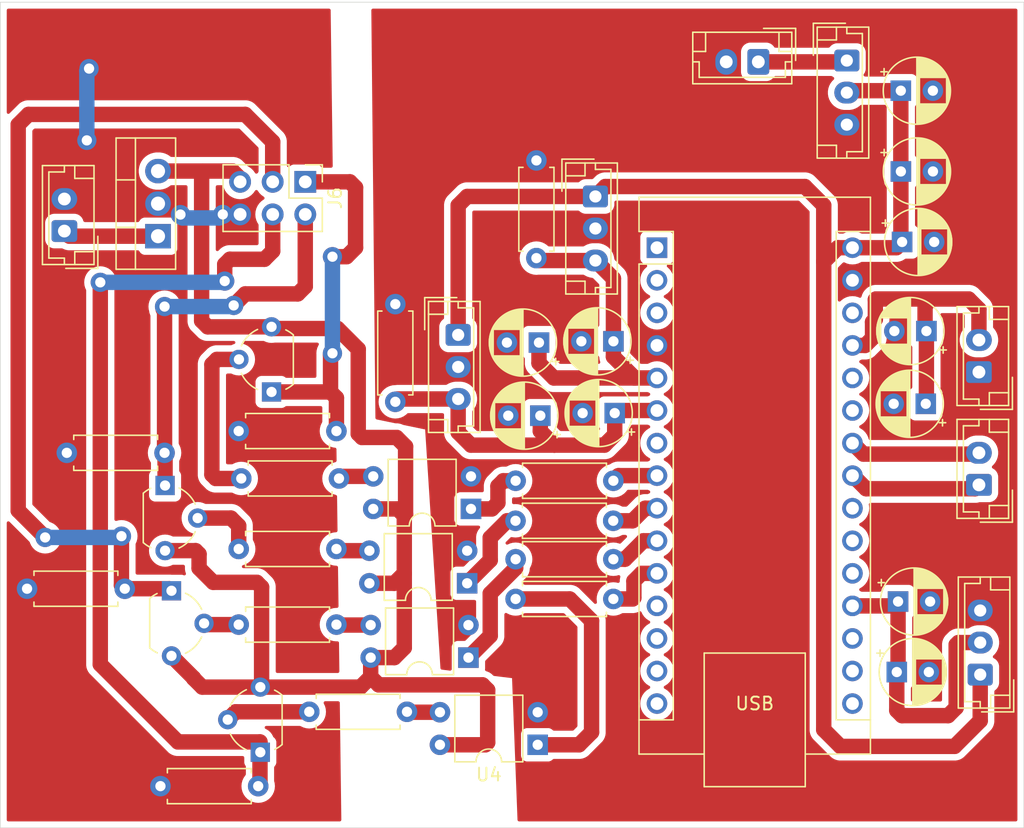
<source format=kicad_pcb>
(kicad_pcb (version 20240108) (generator "pcbnew") (generator_version "8.0")
  (layers (0 "F.Cu" signal) (31 "B.Cu" signal) (34 "B.Paste" user) (35 "F.Paste" user) (36 "B.SilkS" user "B.Silkscreen") (37 "F.SilkS" user "F.Silkscreen") (38 "B.Mask" user) (39 "F.Mask" user) (44 "Edge.Cuts" user))
  (net 0 "")
  (net 2 "MCU_GND")
  (net 3 "/R_EN")
  (net 5 "/CURRENT_SENSOR_ADC")
  (net 6 "/L_EN")
  (net 7 "/BTN_ONE")
  (net 13 "/5V_POWER")
  (net 16 "/SDA")
  (net 18 "/MCU_POWER")
  (net 19 "/BTN_TWO")
  (net 23 "/RPWM")
  (net 25 "/LPWM")
  (net 29 "/SCL")
  (net 30 "/MCU_VIN")
  (net 31 "/RPWM_OUTPUT")
  (net 32 "/MOTOR_CONTROL_POWER_5V")
  (net 33 "/R_EN_OUTPUT")
  (net 34 "/LPWM_OUTPUT")
  (net 35 "/L_EN_OUTPUT")
  (net 36 "GND")
  (net 37 "/MOTOR_CONTROL_POWER_VIN")
  (net 38 "Net-(Q1-Pad2)")
  (net 39 "Net-(Q2-Pad2)")
  (net 40 "Net-(Q3-Pad2)")
  (net 41 "Net-(Q4-Pad2)")
  (net 42 "Net-(R3-Pad1)")
  (net 43 "Net-(R4-Pad1)")
  (net 44 "Net-(R5-Pad1)")
  (net 45 "Net-(R6-Pad1)")
  (net 46 "Net-(R11-Pad2)")
  (net 47 "Net-(R12-Pad2)")
  (net 48 "Net-(R13-Pad2)")
  (net 49 "Net-(R14-Pad2)")
  (footprint "Resistor_THT:R_Axial_DIN0207_L6.3mm_D2.5mm_P7.62mm_Horizontal" (layer "F.Cu") (at 78.51 107.6 180)
    (property "Reference" "R3" (hide yes))
    (property "Value" "R")
    (pad "1" thru_hole circle (at 0 0 180) (size 1.6 1.6) (drill 0.8) (layers "*.Cu" "*.Mask") (net 42 "Net-(R3-Pad1)"))
    (pad "2" thru_hole oval (at 7.62 0 180) (size 1.6 1.6) (drill 0.8) (layers "*.Cu" "*.Mask") (net 38 "Net-(Q1-Pad2)"))
  )
  (footprint "Capacitor_THT:CP_Radial_D5.0mm_P2.50mm" (layer "F.Cu") (at 124.505113 90.6 180)
    (property "Reference" "C10" (hide yes))
    (property "Value" "C_Polarized" (hide yes))
    (pad "1" thru_hole rect (at 0 0 180) (size 1.6 1.6) (drill 0.8) (layers "*.Cu" "*.Mask") (net 13 "/5V_POWER"))
    (pad "2" thru_hole circle (at 2.5 0 180) (size 1.6 1.6) (drill 0.8) (layers "*.Cu" "*.Mask") (net 2 "MCU_GND"))
  )
  (footprint "Resistor_THT:R_Axial_DIN0207_L6.3mm_D2.5mm_P7.62mm_Horizontal" (layer "F.Cu") (at 84.01 120.3 180)
    (property "Reference" "R6" (hide yes))
    (property "Value" "R" (hide yes))
    (pad "1" thru_hole circle (at 0 0 180) (size 1.6 1.6) (drill 0.8) (layers "*.Cu" "*.Mask") (net 45 "Net-(R6-Pad1)"))
    (pad "2" thru_hole oval (at 7.62 0 180) (size 1.6 1.6) (drill 0.8) (layers "*.Cu" "*.Mask") (net 39 "Net-(Q2-Pad2)"))
  )
  (footprint "Connector_JST:JST_EH_B2B-EH-A_1x02_P2.50mm_Vertical" (layer "F.Cu") (at 128.6 102.6 90)
    (property "Reference" "J9" (hide yes))
    (property "Value" "Conn_01x02_Pin" (hide yes))
    (pad "1" thru_hole roundrect (at 0 0 90) (size 1.7 2) (drill 1) (layers "*.Cu" "*.Mask") (roundrect_rratio 0.147059) (net 16 "/SDA"))
    (pad "2" thru_hole oval (at 2.5 0 90) (size 1.7 2) (drill 1) (layers "*.Cu" "*.Mask") (net 29 "/SCL"))
  )
  (footprint "Capacitor_THT:CP_Radial_D5.0mm_P2.50mm" (layer "F.Cu") (at 122.194888 117.2)
    (property "Reference" "C9" (hide yes))
    (property "Value" "C_Polarized" (hide yes))
    (pad "1" thru_hole rect (at 0 0) (size 1.6 1.6) (drill 0.8) (layers "*.Cu" "*.Mask") (net 5 "/CURRENT_SENSOR_ADC"))
    (pad "2" thru_hole circle (at 2.5 0) (size 1.6 1.6) (drill 0.8) (layers "*.Cu" "*.Mask") (net 2 "MCU_GND"))
  )
  (footprint "Resistor_THT:R_Axial_DIN0207_L6.3mm_D2.5mm_P7.62mm_Horizontal" (layer "F.Cu") (at 100.1 102.278 180)
    (property "Reference" "R14" (hide yes))
    (property "Value" "R" (hide yes))
    (pad "1" thru_hole circle (at 0 0 180) (size 1.6 1.6) (drill 0.8) (layers "*.Cu" "*.Mask") (net 23 "/RPWM"))
    (pad "2" thru_hole oval (at 7.62 0 180) (size 1.6 1.6) (drill 0.8) (layers "*.Cu" "*.Mask") (net 49 "Net-(R14-Pad2)"))
  )
  (footprint "Capacitor_THT:CP_Radial_D5.0mm_P2.50mm" (layer "F.Cu") (at 122.294888 111.7)
    (property "Reference" "C8" (hide yes))
    (property "Value" "C_Polarized" (hide yes))
    (pad "1" thru_hole rect (at 0 0) (size 1.6 1.6) (drill 0.8) (layers "*.Cu" "*.Mask") (net 5 "/CURRENT_SENSOR_ADC"))
    (pad "2" thru_hole circle (at 2.5 0) (size 1.6 1.6) (drill 0.8) (layers "*.Cu" "*.Mask") (net 2 "MCU_GND"))
  )
  (footprint "Connector_JST:JST_EH_B2B-EH-A_1x02_P2.50mm_Vertical" (layer "F.Cu") (at 128.6 93.8 90)
    (property "Reference" "J4" (hide yes))
    (property "Value" "Conn_01x02_Pin" (hide yes))
    (pad "1" thru_hole roundrect (at 0 0 90) (size 1.7 2) (drill 1) (layers "*.Cu" "*.Mask") (roundrect_rratio 0.147059) (net 2 "MCU_GND"))
    (pad "2" thru_hole oval (at 2.5 0 90) (size 1.7 2) (drill 1) (layers "*.Cu" "*.Mask") (net 13 "/5V_POWER"))
  )
  (footprint "Connector_PinHeader_2.54mm:PinHeader_2x03_P2.54mm_Vertical" (layer "F.Cu") (at 76.08 78.96 -90)
    (property "Reference" "J6" (at 1.27 -2.33 90) (layer "F.SilkS"))
    (property "Value" "Conn_02x03_Row_Letter_Last" (hide yes))
    (pad "1" thru_hole rect (at 0 0 270) (size 1.7 1.7) (drill 1) (layers "*.Cu" "*.Mask") (net 31 "/RPWM_OUTPUT"))
    (pad "2" thru_hole oval (at 2.54 0 270) (size 1.7 1.7) (drill 1) (layers "*.Cu" "*.Mask") (net 34 "/LPWM_OUTPUT"))
    (pad "3" thru_hole oval (at 0 2.54 270) (size 1.7 1.7) (drill 1) (layers "*.Cu" "*.Mask") (net 33 "/R_EN_OUTPUT"))
    (pad "4" thru_hole oval (at 2.54 2.54 270) (size 1.7 1.7) (drill 1) (layers "*.Cu" "*.Mask") (net 35 "/L_EN_OUTPUT"))
    (pad "5" thru_hole oval (at 0 5.08 270) (size 1.7 1.7) (drill 1) (layers "*.Cu" "*.Mask") (net 32 "/MOTOR_CONTROL_POWER_5V"))
    (pad "6" thru_hole oval (at 2.54 5.08 270) (size 1.7 1.7) (drill 1) (layers "*.Cu" "*.Mask") (net 36 "GND"))
  )
  (footprint "Resistor_THT:R_Axial_DIN0207_L6.3mm_D2.5mm_P7.62mm_Horizontal" (layer "F.Cu") (at 94.1 84.91 90)
    (property "Reference" "R1" (hide yes))
    (property "Value" "R" (hide yes))
    (pad "1" thru_hole circle (at 0 0 90) (size 1.6 1.6) (drill 0.8) (layers "*.Cu" "*.Mask") (net 7 "/BTN_ONE"))
    (pad "2" thru_hole oval (at 7.62 0 90) (size 1.6 1.6) (drill 0.8) (layers "*.Cu" "*.Mask") (net 2 "MCU_GND"))
  )
  (footprint "Module:Arduino_Nano" (layer "F.Cu") (at 103.5 84.1)
    (property "Reference" "A1" (hide yes))
    (property "Value" "Arduino_Nano_v3.x" (hide yes))
    (fp_text user "USB" (at 7.62 35.56 0) (layer "F.SilkS"))
    (pad "1" thru_hole rect (at 0 0) (size 1.6 1.6) (drill 1) (layers "*.Cu" "*.Mask"))
    (pad "2" thru_hole oval (at 0 2.54) (size 1.6 1.6) (drill 1) (layers "*.Cu" "*.Mask"))
    (pad "3" thru_hole oval (at 0 5.08) (size 1.6 1.6) (drill 1) (layers "*.Cu" "*.Mask"))
    (pad "4" thru_hole oval (at 0 7.62) (size 1.6 1.6) (drill 1) (layers "*.Cu" "*.Mask") (net 2 "MCU_GND"))
    (pad "5" thru_hole oval (at 0 10.16) (size 1.6 1.6) (drill 1) (layers "*.Cu" "*.Mask") (net 7 "/BTN_ONE"))
    (pad "6" thru_hole oval (at 0 12.7) (size 1.6 1.6) (drill 1) (layers "*.Cu" "*.Mask") (net 19 "/BTN_TWO"))
    (pad "7" thru_hole oval (at 0 15.24) (size 1.6 1.6) (drill 1) (layers "*.Cu" "*.Mask"))
    (pad "8" thru_hole oval (at 0 17.78) (size 1.6 1.6) (drill 1) (layers "*.Cu" "*.Mask") (net 23 "/RPWM"))
    (pad "9" thru_hole oval (at 0 20.32) (size 1.6 1.6) (drill 1) (layers "*.Cu" "*.Mask") (net 25 "/LPWM"))
    (pad "10" thru_hole oval (at 0 22.86) (size 1.6 1.6) (drill 1) (layers "*.Cu" "*.Mask") (net 3 "/R_EN"))
    (pad "11" thru_hole oval (at 0 25.4) (size 1.6 1.6) (drill 1) (layers "*.Cu" "*.Mask") (net 6 "/L_EN"))
    (pad "12" thru_hole oval (at 0 27.94) (size 1.6 1.6) (drill 1) (layers "*.Cu" "*.Mask"))
    (pad "13" thru_hole oval (at 0 30.48) (size 1.6 1.6) (drill 1) (layers "*.Cu" "*.Mask"))
    (pad "14" thru_hole oval (at 0 33.02) (size 1.6 1.6) (drill 1) (layers "*.Cu" "*.Mask"))
    (pad "15" thru_hole oval (at 0 35.56) (size 1.6 1.6) (drill 1) (layers "*.Cu" "*.Mask"))
    (pad "16" thru_hole oval (at 15.24 35.56) (size 1.6 1.6) (drill 1) (layers "*.Cu" "*.Mask"))
    (pad "17" thru_hole oval (at 15.24 33.02) (size 1.6 1.6) (drill 1) (layers "*.Cu" "*.Mask"))
    (pad "18" thru_hole oval (at 15.24 30.48) (size 1.6 1.6) (drill 1) (layers "*.Cu" "*.Mask"))
    (pad "19" thru_hole oval (at 15.24 27.94) (size 1.6 1.6) (drill 1) (layers "*.Cu" "*.Mask") (net 5 "/CURRENT_SENSOR_ADC"))
    (pad "20" thru_hole oval (at 15.24 25.4) (size 1.6 1.6) (drill 1) (layers "*.Cu" "*.Mask"))
    (pad "21" thru_hole oval (at 15.24 22.86) (size 1.6 1.6) (drill 1) (layers "*.Cu" "*.Mask"))
    (pad "22" thru_hole oval (at 15.24 20.32) (size 1.6 1.6) (drill 1) (layers "*.Cu" "*.Mask"))
    (pad "23" thru_hole oval (at 15.24 17.78) (size 1.6 1.6) (drill 1) (layers "*.Cu" "*.Mask") (net 16 "/SDA"))
    (pad "24" thru_hole oval (at 15.24 15.24) (size 1.6 1.6) (drill 1) (layers "*.Cu" "*.Mask") (net 29 "/SCL"))
    (pad "25" thru_hole oval (at 15.24 12.7) (size 1.6 1.6) (drill 1) (layers "*.Cu" "*.Mask"))
    (pad "26" thru_hole oval (at 15.24 10.16) (size 1.6 1.6) (drill 1) (layers "*.Cu" "*.Mask"))
    (pad "27" thru_hole oval (at 15.24 7.62) (size 1.6 1.6) (drill 1) (layers "*.Cu" "*.Mask") (net 13 "/5V_POWER"))
    (pad "28" thru_hole oval (at 15.24 5.08) (size 1.6 1.6) (drill 1) (layers "*.Cu" "*.Mask"))
    (pad "29" thru_hole oval (at 15.24 2.54) (size 1.6 1.6) (drill 1) (layers "*.Cu" "*.Mask") (net 2 "MCU_GND"))
    (pad "30" thru_hole oval (at 15.24 0) (size 1.6 1.6) (drill 1) (layers "*.Cu" "*.Mask") (net 18 "/MCU_POWER"))
  )
  (footprint "Resistor_THT:R_Axial_DIN0207_L6.3mm_D2.5mm_P7.62mm_Horizontal" (layer "F.Cu") (at 70.89 98.4)
    (property "Reference" "R10" (hide yes))
    (property "Value" "R" (hide yes))
    (pad "1" thru_hole circle (at 0 0) (size 1.6 1.6) (drill 0.8) (layers "*.Cu" "*.Mask") (net 36 "GND"))
    (pad "2" thru_hole oval (at 7.62 0) (size 1.6 1.6) (drill 0.8) (layers "*.Cu" "*.Mask") (net 31 "/RPWM_OUTPUT"))
  )
  (footprint "Package_TO_SOT_THT:TO-92L_Wide" (layer "F.Cu") (at 72.575 123.455 90)
    (property "Reference" "Q2" (hide yes))
    (property "Value" "2N5551" (hide yes))
    (pad "1" thru_hole rect (at 0 0 90) (size 1.5 1.5) (drill 0.8) (layers "*.Cu" "*.Mask") (net 35 "/L_EN_OUTPUT"))
    (pad "2" thru_hole circle (at 2.54 -2.54 90) (size 1.5 1.5) (drill 0.8) (layers "*.Cu" "*.Mask") (net 39 "Net-(Q2-Pad2)"))
    (pad "3" thru_hole circle (at 5.08 0 90) (size 1.5 1.5) (drill 0.8) (layers "*.Cu" "*.Mask") (net 32 "/MOTOR_CONTROL_POWER_5V"))
  )
  (footprint "Resistor_THT:R_Axial_DIN0207_L6.3mm_D2.5mm_P7.62mm_Horizontal" (layer "F.Cu") (at 100.09 105.4 180)
    (property "Reference" "R13" (hide yes))
    (property "Value" "R" (hide yes))
    (pad "1" thru_hole circle (at 0 0 180) (size 1.6 1.6) (drill 0.8) (layers "*.Cu" "*.Mask") (net 25 "/LPWM"))
    (pad "2" thru_hole oval (at 7.62 0 180) (size 1.6 1.6) (drill 0.8) (layers "*.Cu" "*.Mask") (net 48 "Net-(R13-Pad2)"))
  )
  (footprint "Capacitor_THT:CP_Radial_D5.0mm_P2.50mm" (layer "F.Cu") (at 122.61 83.65)
    (property "Reference" "C2" (hide yes))
    (property "Value" "C_Polarized" (hide yes))
    (pad "1" thru_hole rect (at 0 0) (size 1.6 1.6) (drill 0.8) (layers "*.Cu" "*.Mask") (net 18 "/MCU_POWER"))
    (pad "2" thru_hole circle (at 2.5 0) (size 1.6 1.6) (drill 0.8) (layers "*.Cu" "*.Mask") (net 2 "MCU_GND"))
  )
  (footprint "Package_DIP:DIP-4_W7.62mm" (layer "F.Cu") (at 88.8 116.075 180)
    (property "Reference" "U3" (hide yes))
    (property "Value" "PC817" (hide yes))
    (pad "1" thru_hole rect (at 0 0 180) (size 1.6 1.6) (drill 0.8) (layers "*.Cu" "*.Mask") (net 47 "Net-(R12-Pad2)"))
    (pad "2" thru_hole oval (at 0 2.54 180) (size 1.6 1.6) (drill 0.8) (layers "*.Cu" "*.Mask") (net 2 "MCU_GND"))
    (pad "3" thru_hole oval (at 7.62 2.54 180) (size 1.6 1.6) (drill 0.8) (layers "*.Cu" "*.Mask") (net 44 "Net-(R5-Pad1)"))
    (pad "4" thru_hole oval (at 7.62 0 180) (size 1.6 1.6) (drill 0.8) (layers "*.Cu" "*.Mask") (net 32 "/MOTOR_CONTROL_POWER_5V"))
  )
  (footprint "Capacitor_THT:CP_Radial_D5.0mm_P2.50mm" (layer "F.Cu") (at 122.515112 78.15)
    (property "Reference" "C1" (hide yes))
    (property "Value" "C_Polarized" (hide yes))
    (pad "1" thru_hole rect (at 0 0) (size 1.6 1.6) (drill 0.8) (layers "*.Cu" "*.Mask") (net 18 "/MCU_POWER"))
    (pad "2" thru_hole circle (at 2.5 0) (size 1.6 1.6) (drill 0.8) (layers "*.Cu" "*.Mask") (net 2 "MCU_GND"))
  )
  (footprint "Package_TO_SOT_THT:TO-92L_Wide" (layer "F.Cu") (at 65.15 102.65 -90)
    (property "Reference" "Q1" (hide yes))
    (property "Value" "2N5551" (hide yes))
    (pad "1" thru_hole rect (at 0 0 270) (size 1.5 1.5) (drill 0.8) (layers "*.Cu" "*.Mask") (net 34 "/LPWM_OUTPUT"))
    (pad "2" thru_hole circle (at 2.54 -2.54 270) (size 1.5 1.5) (drill 0.8) (layers "*.Cu" "*.Mask") (net 38 "Net-(Q1-Pad2)"))
    (pad "3" thru_hole circle (at 5.08 0 270) (size 1.5 1.5) (drill 0.8) (layers "*.Cu" "*.Mask") (net 32 "/MOTOR_CONTROL_POWER_5V"))
  )
  (footprint "Resistor_THT:R_Axial_DIN0207_L6.3mm_D2.5mm_P7.62mm_Horizontal" (layer "F.Cu") (at 100.1 108.4 180)
    (property "Reference" "R12" (hide yes))
    (property "Value" "R" (hide yes))
    (pad "1" thru_hole circle (at 0 0 180) (size 1.6 1.6) (drill 0.8) (layers "*.Cu" "*.Mask") (net 3 "/R_EN"))
    (pad "2" thru_hole oval (at 7.62 0 180) (size 1.6 1.6) (drill 0.8) (layers "*.Cu" "*.Mask") (net 47 "Net-(R12-Pad2)"))
  )
  (footprint "Capacitor_THT:CP_Radial_D5.0mm_P2.50mm" (layer "F.Cu") (at 94.3 91.5 180)
    (property "Reference" "C5" (hide yes))
    (property "Value" "C_Polarized" (hide yes))
    (pad "1" thru_hole rect (at 0 0 180) (size 1.6 1.6) (drill 0.8) (layers "*.Cu" "*.Mask") (net 7 "/BTN_ONE"))
    (pad "2" thru_hole circle (at 2.5 0 180) (size 1.6 1.6) (drill 0.8) (layers "*.Cu" "*.Mask") (net 2 "MCU_GND"))
  )
  (footprint "Connector_JST:JST_EH_B2B-EH-A_1x02_P2.50mm_Vertical" (layer "F.Cu") (at 57.3 82.8 90)
    (property "Reference" "J8" (hide yes))
    (property "Value" "Conn_01x02_Pin" (hide yes))
    (pad "1" thru_hole roundrect (at 0 0 90) (size 1.7 2) (drill 1) (layers "*.Cu" "*.Mask") (roundrect_rratio 0.147059) (net 37 "/MOTOR_CONTROL_POWER_VIN"))
    (pad "2" thru_hole oval (at 2.5 0 90) (size 1.7 2) (drill 1) (layers "*.Cu" "*.Mask") (net 36 "GND"))
  )
  (footprint "Connector_JST:JST_EH_B3B-EH-A_1x03_P2.50mm_Vertical" (layer "F.Cu") (at 118.3 69.5 -90)
    (property "Reference" "J5" (hide yes))
    (property "Value" "Conn_01x03_Pin" (hide yes))
    (pad "1" thru_hole roundrect (at 0 0 270) (size 1.7 1.95) (drill 0.95) (layers "*.Cu" "*.Mask") (roundrect_rratio 0.147059) (net 30 "/MCU_VIN"))
    (pad "2" thru_hole oval (at 2.5 0 270) (size 1.7 1.95) (drill 0.95) (layers "*.Cu" "*.Mask") (net 18 "/MCU_POWER"))
    (pad "3" thru_hole oval (at 5 0 270) (size 1.7 1.95) (drill 0.95) (layers "*.Cu" "*.Mask") (net 2 "MCU_GND"))
  )
  (footprint "Resistor_THT:R_Axial_DIN0207_L6.3mm_D2.5mm_P7.62mm_Horizontal" (layer "F.Cu") (at 78.51 113.5 180)
    (property "Reference" "R5" (hide yes))
    (property "Value" "R" (hide yes))
    (pad "1" thru_hole circle (at 0 0 180) (size 1.6 1.6) (drill 0.8) (layers "*.Cu" "*.Mask") (net 44 "Net-(R5-Pad1)"))
    (pad "2" thru_hole oval (at 7.62 0 180) (size 1.6 1.6) (drill 0.8) (layers "*.Cu" "*.Mask") (net 41 "Net-(Q4-Pad2)"))
  )
  (footprint "Capacitor_THT:CP_Radial_D5.0mm_P2.50mm" (layer "F.Cu") (at 100.105113 91.4 180)
    (property "Reference" "C4" (hide yes))
    (property "Value" "C_Polarized" (hide yes))
    (pad "1" thru_hole rect (at 0 0 180) (size 1.6 1.6) (drill 0.8) (layers "*.Cu" "*.Mask") (net 7 "/BTN_ONE"))
    (pad "2" thru_hole circle (at 2.5 0 180) (size 1.6 1.6) (drill 0.8) (layers "*.Cu" "*.Mask") (net 2 "MCU_GND"))
  )
  (footprint "Resistor_THT:R_Axial_DIN0207_L6.3mm_D2.5mm_P7.62mm_Horizontal" (layer "F.Cu") (at 64.79 126.1)
    (property "Reference" "R7" (hide yes))
    (property "Value" "R" (hide yes))
    (pad "1" thru_hole circle (at 0 0) (size 1.6 1.6) (drill 0.8) (layers "*.Cu" "*.Mask") (net 36 "GND"))
    (pad "2" thru_hole oval (at 7.62 0) (size 1.6 1.6) (drill 0.8) (layers "*.Cu" "*.Mask") (net 35 "/L_EN_OUTPUT"))
  )
  (footprint "Package_DIP:DIP-4_W7.62mm" (layer "F.Cu") (at 89 104.475 180)
    (property "Reference" "U1" (hide yes))
    (property "Value" "PC817")
    (pad "1" thru_hole rect (at 0 0 180) (size 1.6 1.6) (drill 0.8) (layers "*.Cu" "*.Mask") (net 49 "Net-(R14-Pad2)"))
    (pad "2" thru_hole oval (at 0 2.54 180) (size 1.6 1.6) (drill 0.8) (layers "*.Cu" "*.Mask") (net 2 "MCU_GND"))
    (pad "3" thru_hole oval (at 7.62 2.54 180) (size 1.6 1.6) (drill 0.8) (layers "*.Cu" "*.Mask") (net 43 "Net-(R4-Pad1)"))
    (pad "4" thru_hole oval (at 7.62 0 180) (size 1.6 1.6) (drill 0.8) (layers "*.Cu" "*.Mask") (net 32 "/MOTOR_CONTROL_POWER_5V"))
  )
  (footprint "Capacitor_THT:CP_Radial_D5.0mm_P2.50mm" (layer "F.Cu") (at 94.405113 97.2 180)
    (property "Reference" "C7" (hide yes))
    (property "Value" "C_Polarized" (hide yes))
    (pad "1" thru_hole rect (at 0 0 180) (size 1.6 1.6) (drill 0.8) (layers "*.Cu" "*.Mask") (net 19 "/BTN_TWO"))
    (pad "2" thru_hole circle (at 2.5 0 180) (size 1.6 1.6) (drill 0.8) (layers "*.Cu" "*.Mask") (net 2 "MCU_GND"))
  )
  (footprint "Resistor_THT:R_Axial_DIN0207_L6.3mm_D2.5mm_P7.62mm_Horizontal" (layer "F.Cu") (at 57.49 100.1)
    (property "Reference" "R9" (hide yes))
    (property "Value" "R" (hide yes))
    (pad "1" thru_hole circle (at 0 0) (size 1.6 1.6) (drill 0.8) (layers "*.Cu" "*.Mask") (net 36 "GND"))
    (pad "2" thru_hole oval (at 7.62 0) (size 1.6 1.6) (drill 0.8) (layers "*.Cu" "*.Mask") (net 34 "/LPWM_OUTPUT"))
  )
  (footprint "Connector_JST:JST_EH_B3B-EH-A_1x03_P2.50mm_Vertical" (layer "F.Cu") (at 128.7 117.4 90)
    (property "Reference" "J1" (hide yes))
    (property "Value" "Conn_01x03_Pin" (hide yes))
    (pad "1" thru_hole roundrect (at 0 0 90) (size 1.7 1.95) (drill 0.95) (layers "*.Cu" "*.Mask") (roundrect_rratio 0.147059) (net 18 "/MCU_POWER"))
    (pad "2" thru_hole oval (at 2.5 0 90) (size 1.7 1.95) (drill 0.95) (layers "*.Cu" "*.Mask") (net 5 "/CURRENT_SENSOR_ADC"))
    (pad "3" thru_hole oval (at 5 0 90) (size 1.7 1.95) (drill 0.95) (layers "*.Cu" "*.Mask") (net 2 "MCU_GND"))
  )
  (footprint "Resistor_THT:R_Axial_DIN0207_L6.3mm_D2.5mm_P7.62mm_Horizontal" (layer "F.Cu") (at 54.39 110.7)
    (property "Reference" "R8" (hide yes))
    (property "Value" "R" (hide yes))
    (pad "1" thru_hole circle (at 0 0) (size 1.6 1.6) (drill 0.8) (layers "*.Cu" "*.Mask") (net 36 "GND"))
    (pad "2" thru_hole oval (at 7.62 0) (size 1.6 1.6) (drill 0.8) (layers "*.Cu" "*.Mask") (net 33 "/R_EN_OUTPUT"))
  )
  (footprint "Connector_JST:JST_EH_B3B-EH-A_1x03_P2.50mm_Vertical" (layer "F.Cu") (at 98.7 80.1 -90)
    (property "Reference" "J3" (hide yes))
    (property "Value" "Conn_01x03_Pin" (hide yes))
    (pad "1" thru_hole roundrect (at 0 0 270) (size 1.7 1.95) (drill 0.95) (layers "*.Cu" "*.Mask") (roundrect_rratio 0.147059) (net 18 "/MCU_POWER"))
    (pad "2" thru_hole oval (at 2.5 0 270) (size 1.7 1.95) (drill 0.95) (layers "*.Cu" "*.Mask") (net 2 "MCU_GND"))
    (pad "3" thru_hole oval (at 5 0 270) (size 1.7 1.95) (drill 0.95) (layers "*.Cu" "*.Mask") (net 7 "/BTN_ONE"))
  )
  (footprint "Capacitor_THT:CP_Radial_D5.0mm_P2.50mm" (layer "F.Cu") (at 124.455113 96.275 180)
    (property "Reference" "C11" (hide yes))
    (property "Value" "C_Polarized" (hide yes))
    (pad "1" thru_hole rect (at 0 0 180) (size 1.6 1.6) (drill 0.8) (layers "*.Cu" "*.Mask") (net 13 "/5V_POWER"))
    (pad "2" thru_hole circle (at 2.5 0 180) (size 1.6 1.6) (drill 0.8) (layers "*.Cu" "*.Mask") (net 2 "MCU_GND"))
  )
  (footprint "Resistor_THT:R_Axial_DIN0207_L6.3mm_D2.5mm_P7.62mm_Horizontal" (layer "F.Cu") (at 100.1 111.5 180)
    (property "Reference" "R11" (hide yes))
    (property "Value" "R" (hide yes))
    (pad "1" thru_hole circle (at 0 0 180) (size 1.6 1.6) (drill 0.8) (layers "*.Cu" "*.Mask") (net 6 "/L_EN"))
    (pad "2" thru_hole oval (at 7.62 0 180) (size 1.6 1.6) (drill 0.8) (layers "*.Cu" "*.Mask") (net 46 "Net-(R11-Pad2)"))
  )
  (footprint "Capacitor_THT:CP_Radial_D5.0mm_P2.50mm" (layer "F.Cu") (at 100.205113 97 180)
    (property "Reference" "C6" (hide yes))
    (property "Value" "C_Polarized" (hide yes))
    (pad "1" thru_hole rect (at 0 0 180) (size 1.6 1.6) (drill 0.8) (layers "*.Cu" "*.Mask") (net 19 "/BTN_TWO"))
    (pad "2" thru_hole circle (at 2.5 0 180) (size 1.6 1.6) (drill 0.8) (layers "*.Cu" "*.Mask") (net 2 "MCU_GND"))
  )
  (footprint "Package_DIP:DIP-4_W7.62mm" (layer "F.Cu") (at 94.2 122.875 180)
    (property "Reference" "U4" (at 3.81 -2.33 180) (layer "F.SilkS"))
    (property "Value" "PC817" (hide yes))
    (pad "1" thru_hole rect (at 0 0 180) (size 1.6 1.6) (drill 0.8) (layers "*.Cu" "*.Mask") (net 46 "Net-(R11-Pad2)"))
    (pad "2" thru_hole oval (at 0 2.54 180) (size 1.6 1.6) (drill 0.8) (layers "*.Cu" "*.Mask") (net 2 "MCU_GND"))
    (pad "3" thru_hole oval (at 7.62 2.54 180) (size 1.6 1.6) (drill 0.8) (layers "*.Cu" "*.Mask") (net 45 "Net-(R6-Pad1)"))
    (pad "4" thru_hole oval (at 7.62 0 180) (size 1.6 1.6) (drill 0.8) (layers "*.Cu" "*.Mask") (net 32 "/MOTOR_CONTROL_POWER_5V"))
  )
  (footprint "Package_TO_SOT_THT:TO-92L_Wide" (layer "F.Cu") (at 65.65 110.86 -90)
    (property "Reference" "Q4" (hide yes))
    (property "Value" "2N5551" (hide yes))
    (pad "1" thru_hole rect (at 0 0 270) (size 1.5 1.5) (drill 0.8) (layers "*.Cu" "*.Mask") (net 33 "/R_EN_OUTPUT"))
    (pad "2" thru_hole circle (at 2.54 -2.54 270) (size 1.5 1.5) (drill 0.8) (layers "*.Cu" "*.Mask") (net 41 "Net-(Q4-Pad2)"))
    (pad "3" thru_hole circle (at 5.08 0 270) (size 1.5 1.5) (drill 0.8) (layers "*.Cu" "*.Mask") (net 32 "/MOTOR_CONTROL_POWER_5V"))
  )
  (footprint "Package_TO_SOT_THT:TO-220-3_Vertical" (layer "F.Cu") (at 64.6 83.2 90)
    (property "Reference" "U6" (hide yes))
    (property "Value" "L7805")
    (pad "1" thru_hole rect (at 0 0 90) (size 1.905 2) (drill 1.1) (layers "*.Cu" "*.Mask") (net 37 "/MOTOR_CONTROL_POWER_VIN"))
    (pad "2" thru_hole oval (at 2.54 0 90) (size 1.905 2) (drill 1.1) (layers "*.Cu" "*.Mask") (net 36 "GND"))
    (pad "3" thru_hole oval (at 5.08 0 90) (size 1.905 2) (drill 1.1) (layers "*.Cu" "*.Mask") (net 32 "/MOTOR_CONTROL_POWER_5V"))
  )
  (footprint "Resistor_THT:R_Axial_DIN0207_L6.3mm_D2.5mm_P7.62mm_Horizontal" (layer "F.Cu") (at 83.1 96.12 90)
    (property "Reference" "R2" (hide yes))
    (property "Value" "R" (hide yes))
    (pad "1" thru_hole circle (at 0 0 90) (size 1.6 1.6) (drill 0.8) (layers "*.Cu" "*.Mask") (net 19 "/BTN_TWO"))
    (pad "2" thru_hole oval (at 7.62 0 90) (size 1.6 1.6) (drill 0.8) (layers "*.Cu" "*.Mask") (net 2 "MCU_GND"))
  )
  (footprint "Connector_JST:JST_EH_B2B-EH-A_1x02_P2.50mm_Vertical" (layer "F.Cu") (at 111.4 69.6 180)
    (property "Reference" "J7" (hide yes))
    (property "Value" "Conn_01x02_Pin" (hide yes))
    (pad "1" thru_hole roundrect (at 0 0 180) (size 1.7 2) (drill 1) (layers "*.Cu" "*.Mask") (roundrect_rratio 0.147059) (net 30 "/MCU_VIN"))
    (pad "2" thru_hole oval (at 2.5 0 180) (size 1.7 2) (drill 1) (layers "*.Cu" "*.Mask") (net 2 "MCU_GND"))
  )
  (footprint "Capacitor_THT:CP_Radial_D5.0mm_P2.50mm" (layer "F.Cu") (at 122.51 71.85)
    (property "Reference" "C3" (hide yes))
    (property "Value" "C_Polarized" (hide yes))
    (pad "1" thru_hole rect (at 0 0) (size 1.6 1.6) (drill 0.8) (layers "*.Cu" "*.Mask") (net 18 "/MCU_POWER"))
    (pad "2" thru_hole circle (at 2.5 0) (size 1.6 1.6) (drill 0.8) (layers "*.Cu" "*.Mask") (net 2 "MCU_GND"))
  )
  (footprint "Package_DIP:DIP-4_W7.62mm" (layer "F.Cu") (at 88.7 110.275 180)
    (property "Reference" "U2" (hide yes))
    (property "Value" "PC817" (hide yes))
    (pad "1" thru_hole rect (at 0 0 180) (size 1.6 1.6) (drill 0.8) (layers "*.Cu" "*.Mask") (net 48 "Net-(R13-Pad2)"))
    (pad "2" thru_hole oval (at 0 2.54 180) (size 1.6 1.6) (drill 0.8) (layers "*.Cu" "*.Mask") (net 2 "MCU_GND"))
    (pad "3" thru_hole oval (at 7.62 2.54 180) (size 1.6 1.6) (drill 0.8) (layers "*.Cu" "*.Mask") (net 42 "Net-(R3-Pad1)"))
    (pad "4" thru_hole oval (at 7.62 0 180) (size 1.6 1.6) (drill 0.8) (layers "*.Cu" "*.Mask") (net 32 "/MOTOR_CONTROL_POWER_5V"))
  )
  (footprint "Package_TO_SOT_THT:TO-92L_Wide" (layer "F.Cu") (at 73.45 95.35 90)
    (property "Reference" "Q3" (hide yes))
    (property "Value" "2N5551" (hide yes))
    (pad "1" thru_hole rect (at 0 0 90) (size 1.5 1.5) (drill 0.8) (layers "*.Cu" "*.Mask") (net 31 "/RPWM_OUTPUT"))
    (pad "2" thru_hole circle (at 2.54 -2.54 90) (size 1.5 1.5) (drill 0.8) (layers "*.Cu" "*.Mask") (net 40 "Net-(Q3-Pad2)"))
    (pad "3" thru_hole circle (at 5.08 0 90) (size 1.5 1.5) (drill 0.8) (layers "*.Cu" "*.Mask") (net 32 "/MOTOR_CONTROL_POWER_5V"))
  )
  (footprint "Connector_JST:JST_EH_B3B-EH-A_1x03_P2.50mm_Vertical" (layer "F.Cu") (at 88 90.9 -90)
    (property "Reference" "J2" (hide yes))
    (property "Value" "Conn_01x03_Pin" (hide yes))
    (pad "1" thru_hole roundrect (at 0 0 270) (size 1.7 1.95) (drill 0.95) (layers "*.Cu" "*.Mask") (roundrect_rratio 0.147059) (net 18 "/MCU_POWER"))
    (pad "2" thru_hole oval (at 2.5 0 270) (size 1.7 1.95) (drill 0.95) (layers "*.Cu" "*.Mask") (net 2 "MCU_GND"))
    (pad "3" thru_hole oval (at 5 0 270) (size 1.7 1.95) (drill 0.95) (layers "*.Cu" "*.Mask") (net 19 "/BTN_TWO"))
  )
  (footprint "Resistor_THT:R_Axial_DIN0207_L6.3mm_D2.5mm_P7.62mm_Horizontal" (layer "F.Cu") (at 78.71 102.1 180)
    (property "Reference" "R4" (hide yes))
    (property "Value" "R" (hide yes))
    (pad "1" thru_hole circle (at 0 0 180) (size 1.6 1.6) (drill 0.8) (layers "*.Cu" "*.Mask") (net 43 "Net-(R4-Pad1)"))
    (pad "2" thru_hole oval (at 7.62 0 180) (size 1.6 1.6) (drill 0.8) (layers "*.Cu" "*.Mask") (net 40 "Net-(Q3-Pad2)"))
  )
  (gr_rect (start 52.306 64.948) (end 132.1 129.352) (stroke (width 0.05)) (fill none) (layer "Edge.Cuts"))
  (segment (start 101 108.4) (end 100.1 108.4) (width 1.2) (layer "F.Cu") (net 3))
  (segment (start 102.44 106.96) (end 101 108.4) (width 1.2) (layer "F.Cu") (net 3))
  (segment (start 103.5 106.96) (end 102.44 106.96) (width 1.2) (layer "F.Cu") (net 3))
  (segment (start 126.825 115.075) (end 126.825 119.975) (width 1.2) (layer "F.Cu") (net 5))
  (segment (start 121.954888 112.04) (end 122.294888 111.7) (width 1.2) (layer "F.Cu") (net 5))
  (segment (start 127 114.9) (end 126.825 115.075) (width 1.2) (layer "F.Cu") (net 5))
  (segment (start 122.294888 117.1) (end 122.194888 117.2) (width 1.2) (layer "F.Cu") (net 5))
  (segment (start 128.7 114.9) (end 127 114.9) (width 1.2) (layer "F.Cu") (net 5))
  (segment (start 122.294888 111.7) (end 122.294888 117.1) (width 1.2) (layer "F.Cu") (net 5))
  (segment (start 126.825 119.975) (end 126.2 120.6) (width 1.2) (layer "F.Cu") (net 5))
  (segment (start 118.74 112.04) (end 121.954888 112.04) (width 1.2) (layer "F.Cu") (net 5))
  (segment (start 122.6 120.6) (end 122.194888 120.194888) (width 1.2) (layer "F.Cu") (net 5))
  (segment (start 126.2 120.6) (end 122.6 120.6) (width 1.2) (layer "F.Cu") (net 5))
  (segment (start 122.194888 120.194888) (end 122.194888 117.2) (width 1.2) (layer "F.Cu") (net 5))
  (segment (start 101.7 110.1) (end 101.7 111.4) (width 1.2) (layer "F.Cu") (net 6))
  (segment (start 101.6 111.5) (end 100.1 111.5) (width 1.2) (layer "F.Cu") (net 6))
  (segment (start 101.7 111.4) (end 101.6 111.5) (width 1.2) (layer "F.Cu") (net 6))
  (segment (start 102.3 109.5) (end 101.7 110.1) (width 1.2) (layer "F.Cu") (net 6))
  (segment (start 103.5 109.5) (end 102.3 109.5) (width 1.2) (layer "F.Cu") (net 6))
  (segment (start 94.3 93.1) (end 94.3 91.5) (width 1.2) (layer "F.Cu") (net 7))
  (segment (start 95.46 94.26) (end 94.3 93.1) (width 1.2) (layer "F.Cu") (net 7))
  (segment (start 94.29 85.1) (end 94.1 84.91) (width 1.2) (layer "F.Cu") (net 7))
  (segment (start 103.5 94.26) (end 101.76 94.26) (width 1.2) (layer "F.Cu") (net 7))
  (segment (start 100.105113 91.4) (end 100.105113 86.505113) (width 1.2) (layer "F.Cu") (net 7))
  (segment (start 100.105113 86.505113) (end 98.7 85.1) (width 1.2) (layer "F.Cu") (net 7))
  (segment (start 101.76 94.26) (end 100.105113 92.605113) (width 1.2) (layer "F.Cu") (net 7))
  (segment (start 100.105113 92.605113) (end 100.105113 91.4) (width 1.2) (layer "F.Cu") (net 7))
  (segment (start 101.76 94.26) (end 95.46 94.26) (width 1.2) (layer "F.Cu") (net 7))
  (segment (start 98.7 85.1) (end 94.29 85.1) (width 1.2) (layer "F.Cu") (net 7))
  (segment (start 124.505113 90.6) (end 124.505113 95.894887) (width 1.2) (layer "F.Cu") (net 13))
  (segment (start 128.6 88.9) (end 127.8 88.1) (width 1.2) (layer "F.Cu") (net 13))
  (segment (start 124.4 90.494887) (end 124.505113 90.6) (width 1.2) (layer "F.Cu") (net 13))
  (segment (start 120.305113 89.895836) (end 120.525 89.675949) (width 1.2) (layer "F.Cu") (net 13))
  (segment (start 124.505113 95.894887) (end 124.4 96) (width 1.2) (layer "F.Cu") (net 13))
  (segment (start 120.525 88.15) (end 120.575 88.1) (width 1.2) (layer "F.Cu") (net 13))
  (segment (start 118.74 91.72) (end 119.73 91.72) (width 1.2) (layer "F.Cu") (net 13))
  (segment (start 128.6 91.3) (end 128.6 88.9) (width 1.2) (layer "F.Cu") (net 13))
  (segment (start 127.8 88.1) (end 124.9 88.1) (width 1.2) (layer "F.Cu") (net 13))
  (segment (start 124.9 88.1) (end 124.4 88.6) (width 1.2) (layer "F.Cu") (net 13))
  (segment (start 124.4 88.6) (end 124.4 90.494887) (width 1.2) (layer "F.Cu") (net 13))
  (segment (start 120.305113 91.144887) (end 120.305113 89.895836) (width 1.2) (layer "F.Cu") (net 13))
  (segment (start 120.525 89.675949) (end 120.525 88.15) (width 1.2) (layer "F.Cu") (net 13))
  (segment (start 120.575 88.1) (end 124.9 88.1) (width 1.2) (layer "F.Cu") (net 13))
  (segment (start 119.73 91.72) (end 120.305113 91.144887) (width 1.2) (layer "F.Cu") (net 13))
  (segment (start 119.8 102.9) (end 128.3 102.9) (width 1.2) (layer "F.Cu") (net 16))
  (segment (start 118.74 101.88) (end 118.92 102.06) (width 1.2) (layer "F.Cu") (net 16))
  (segment (start 128.3 102.9) (end 128.6 102.6) (width 1.2) (layer "F.Cu") (net 16))
  (segment (start 118.92 102.06) (end 118.96 102.06) (width 1.2) (layer "F.Cu") (net 16))
  (segment (start 118.96 102.06) (end 119.8 102.9) (width 1.2) (layer "F.Cu") (net 16))
  (segment (start 122.51 78.144888) (end 122.515112 78.15) (width 1.2) (layer "F.Cu") (net 18))
  (segment (start 122.515112 83.555112) (end 122.61 83.65) (width 1.2) (layer "F.Cu") (net 18))
  (segment (start 117.8 123) (end 126.7 123) (width 1.2) (layer "F.Cu") (net 18))
  (segment (start 116.5 121.7) (end 117.8 123) (width 1.2) (layer "F.Cu") (net 18))
  (segment (start 88 80.8) (end 88 90.9) (width 1.2) (layer "F.Cu") (net 18))
  (segment (start 116.5 80.8) (end 115.025 79.325) (width 1.2) (layer "F.Cu") (net 18))
  (segment (start 117.6 84.1) (end 116.5 85.2) (width 1.2) (layer "F.Cu") (net 18))
  (segment (start 122.16 84.1) (end 122.61 83.65) (width 1.2) (layer "F.Cu") (net 18))
  (segment (start 118.74 84.1) (end 117.6 84.1) (width 1.2) (layer "F.Cu") (net 18))
  (segment (start 118.74 84.1) (end 122.16 84.1) (width 1.2) (layer "F.Cu") (net 18))
  (segment (start 122.51 71.85) (end 118.45 71.85) (width 1.2) (layer "F.Cu") (net 18))
  (segment (start 98.7 80.1) (end 88.7 80.1) (width 1.2) (layer "F.Cu") (net 18))
  (segment (start 116.5 85.2) (end 116.5 80.8) (width 1.2) (layer "F.Cu") (net 18))
  (segment (start 118.45 71.85) (end 118.3 72) (width 1.2) (layer "F.Cu") (net 18))
  (segment (start 99.475 79.325) (end 98.7 80.1) (width 1.2) (layer "F.Cu") (net 18))
  (segment (start 122.515112 78.15) (end 122.515112 83.555112) (width 1.2) (layer "F.Cu") (net 18))
  (segment (start 115.025 79.325) (end 99.475 79.325) (width 1.2) (layer "F.Cu") (net 18))
  (segment (start 122.51 71.85) (end 122.51 78.144888) (width 1.2) (layer "F.Cu") (net 18))
  (segment (start 116.5 85.2) (end 116.5 121.7) (width 1.2) (layer "F.Cu") (net 18))
  (segment (start 128.7 121) (end 128.7 117.4) (width 1.2) (layer "F.Cu") (net 18))
  (segment (start 126.7 123) (end 128.7 121) (width 1.2) (layer "F.Cu") (net 18))
  (segment (start 88.7 80.1) (end 88 80.8) (width 1.2) (layer "F.Cu") (net 18))
  (segment (start 95.5 99.5) (end 94.405113 98.405113) (width 1.2) (layer "F.Cu") (net 19))
  (segment (start 88 95.9) (end 83.32 95.9) (width 1.2) (layer "F.Cu") (net 19))
  (segment (start 83.32 95.9) (end 83.1 96.12) (width 1.2) (layer "F.Cu") (net 19))
  (segment (start 100.405113 96.8) (end 100.205113 97) (width 1.2) (layer "F.Cu") (net 19))
  (segment (start 103.5 96.8) (end 100.405113 96.8) (width 1.2) (layer "F.Cu") (net 19))
  (segment (start 88 98.5) (end 88 95.9) (width 1.2) (layer "F.Cu") (net 19))
  (segment (start 100.205113 97) (end 100.205113 98.694887) (width 1.2) (layer "F.Cu") (net 19))
  (segment (start 100.205113 98.694887) (end 99.4 99.5) (width 1.2) (layer "F.Cu") (net 19))
  (segment (start 89 99.5) (end 88 98.5) (width 1.2) (layer "F.Cu") (net 19))
  (segment (start 95.5 99.5) (end 89 99.5) (width 1.2) (layer "F.Cu") (net 19))
  (segment (start 99.4 99.5) (end 95.5 99.5) (width 1.2) (layer "F.Cu") (net 19))
  (segment (start 94.405113 98.405113) (end 94.405113 97.2) (width 1.2) (layer "F.Cu") (net 19))
  (segment (start 103.5 101.88) (end 100.498 101.88) (width 1.2) (layer "F.Cu") (net 23))
  (segment (start 100.498 101.88) (end 100.1 102.278) (width 1.2) (layer "F.Cu") (net 23))
  (segment (start 103.5 104.42) (end 102.58 104.42) (width 1.2) (layer "F.Cu") (net 25))
  (segment (start 101.6 105.4) (end 100.09 105.4) (width 1.2) (layer "F.Cu") (net 25))
  (segment (start 102.58 104.42) (end 101.6 105.4) (width 1.2) (layer "F.Cu") (net 25))
  (segment (start 119.6 100.2) (end 128.5 100.2) (width 1.2) (layer "F.Cu") (net 29))
  (segment (start 128.5 100.2) (end 128.6 100.1) (width 1.2) (layer "F.Cu") (net 29))
  (segment (start 118.74 99.34) (end 119.6 100.2) (width 1.2) (layer "F.Cu") (net 29))
  (segment (start 118.2 69.6) (end 118.3 69.5) (width 1.2) (layer "F.Cu") (net 30))
  (segment (start 111.4 69.6) (end 118.2 69.6) (width 1.2) (layer "F.Cu") (net 30))
  (segment (start 78.05 92.483454) (end 78.05 95.35) (width 1.2) (layer "F.Cu") (net 31))
  (segment (start 78.05 95.35) (end 78.51 95.81) (width 1.2) (layer "F.Cu") (net 31))
  (segment (start 78.51 95.81) (end 78.51 98.4) (width 1.2) (layer "F.Cu") (net 31))
  (segment (start 80 84.1) (end 80 79.4) (width 1.2) (layer "F.Cu") (net 31))
  (segment (start 80 79.4) (end 79.56 78.96) (width 1.2) (layer "F.Cu") (net 31))
  (segment (start 78.2 92.333454) (end 78.05 92.483454) (width 1.2) (layer "F.Cu") (net 31))
  (segment (start 79.3 84.8) (end 80 84.1) (width 1.2) (layer "F.Cu") (net 31))
  (segment (start 79.56 78.96) (end 76.08 78.96) (width 1.2) (layer "F.Cu") (net 31))
  (segment (start 78.2 84.8) (end 79.3 84.8) (width 1.2) (layer "F.Cu") (net 31))
  (segment (start 73.45 95.35) (end 78.05 95.35) (width 1.2) (layer "F.Cu") (net 31))
  (via (at 78.2 84.8) (size 1.5) (drill 0.8) (layers "F.Cu" "B.Cu") (net 31))
  (via (at 78.2 92.333454) (size 1.5) (drill 0.8) (layers "F.Cu" "B.Cu") (net 31))
  (segment (start 78.2 92.333454) (end 78.2 84.8) (width 1.2) (layer "B.Cu") (net 31))
  (segment (start 68 78.22) (end 68.1 78.12) (width 1.2) (layer "F.Cu") (net 32))
  (segment (start 71.14 78.96) (end 71.2 78.9) (width 1.2) (layer "F.Cu") (net 32))
  (segment (start 90.3 118.6) (end 90.3 122.7) (width 1.2) (layer "F.Cu") (net 32))
  (segment (start 80.21 92.01) (end 78.6 90.4) (width 1.2) (layer "F.Cu") (net 32))
  (segment (start 71.2 78.9) (end 70.42 78.12) (width 1.2) (layer "F.Cu") (net 32))
  (segment (start 81.8 118.2) (end 89.9 118.2) (width 1.2) (layer "F.Cu") (net 32))
  (segment (start 68.47 90.27) (end 68 89.8) (width 1.2) (layer "F.Cu") (net 32))
  (segment (start 90.3 122.7) (end 90.125 122.875) (width 1.2) (layer "F.Cu") (net 32))
  (segment (start 72.675 110.575) (end 72.675 118.275) (width 1.2) (layer "F.Cu") (net 32))
  (segment (start 67.375 117.7) (end 67.375 117.665) (width 1.2) (layer "F.Cu") (net 32))
  (segment (start 81.18 116.075) (end 81.18 117.58) (width 1.2) (layer "F.Cu") (net 32))
  (segment (start 80.385 118.375) (end 81.18 117.58) (width 1.2) (layer "F.Cu") (net 32))
  (segment (start 80.21 98.61) (end 80.21 92.01) (width 1.2) (layer "F.Cu") (net 32))
  (segment (start 68 89.8) (end 68 78.22) (width 1.2) (layer "F.Cu") (net 32))
  (segment (start 67.8 108) (end 67.8 109.1) (width 1.2) (layer "F.Cu") (net 32))
  (segment (start 72.675 118.275) (end 72.575 118.375) (width 1.2) (layer "F.Cu") (net 32))
  (segment (start 78.6 90.4) (end 73.58 90.4) (width 1.2) (layer "F.Cu") (net 32))
  (segment (start 83.025 116.075) (end 81.18 116.075) (width 1.2) (layer "F.Cu") (net 32))
  (segment (start 72.3 110.2) (end 72.675 110.575) (width 1.2) (layer "F.Cu") (net 32))
  (segment (start 68.9 110.2) (end 72.3 110.2) (width 1.2) (layer "F.Cu") (net 32))
  (segment (start 73.45 90.27) (end 68.47 90.27) (width 1.2) (layer "F.Cu") (net 32))
  (segment (start 83.8 109.5) (end 83.8 115.3) (width 1.2) (layer "F.Cu") (net 32))
  (segment (start 72.575 118.375) (end 68.05 118.375) (width 1.2) (layer "F.Cu") (net 32))
  (segment (start 70.42 78.12) (end 68.1 78.12) (width 1.2) (layer "F.Cu") (net 32))
  (segment (start 81.38 104.475) (end 83.275 104.475) (width 1.2) (layer "F.Cu") (net 32))
  (segment (start 67.8 109.1) (end 68.9 110.2) (width 1.2) (layer "F.Cu") (net 32))
  (segment (start 80.5 98.9) (end 80.21 98.61) (width 1.2) (layer "F.Cu") (net 32))
  (segment (start 68.1 78.12) (end 64.6 78.12) (width 1.2) (layer "F.Cu") (net 32))
  (segment (start 83.025 110.275) (end 81.08 110.275) (width 1.2) (layer "F.Cu") (net 32))
  (segment (start 83.8 109.5) (end 83.025 110.275) (width 1.2) (layer "F.Cu") (net 32))
  (segment (start 73.58 90.4) (end 73.45 90.27) (width 1.2) (layer "F.Cu") (net 32))
  (segment (start 83.8 105) (end 83.8 109.5) (width 1.2) (layer "F.Cu") (net 32))
  (segment (start 65.15 107.73) (end 67.53 107.73) (width 1.2) (layer "F.Cu") (net 32))
  (segment (start 68.05 118.375) (end 67.375 117.7) (width 1.2) (layer "F.Cu") (net 32))
  (segment (start 89.9 118.2) (end 90.3 118.6) (width 1.2) (layer "F.Cu") (net 32))
  (segment (start 83.2 98.9) (end 80.5 98.9) (width 1.2) (layer "F.Cu") (net 32))
  (segment (start 83.8 105) (end 83.9 104.9) (width 1.2) (layer "F.Cu") (net 32))
  (segment (start 67.375 117.665) (end 65.65 115.94) (width 1.2) (layer "F.Cu") (net 32))
  (segment (start 81.18 117.58) (end 81.8 118.2) (width 1.2) (layer "F.Cu") (net 32))
  (segment (start 67.53 107.73) (end 67.8 108) (width 1.2) (layer "F.Cu") (net 32))
  (segment (start 80.385 118.375) (end 72.575 118.375) (width 1.2) (layer "F.Cu") (net 32))
  (segment (start 83.275 104.475) (end 83.8 105) (width 1.2) (layer "F.Cu") (net 32))
  (segment (start 83.9 104.9) (end 83.9 99.6) (width 1.2) (layer "F.Cu") (net 32))
  (segment (start 83.8 115.3) (end 83.025 116.075) (width 1.2) (layer "F.Cu") (net 32))
  (segment (start 90.125 122.875) (end 86.58 122.875) (width 1.2) (layer "F.Cu") (net 32))
  (segment (start 71 78.96) (end 71.14 78.96) (width 1.2) (layer "F.Cu") (net 32))
  (segment (start 83.9 99.6) (end 83.2 98.9) (width 1.2) (layer "F.Cu") (net 32))
  (segment (start 61.75 110.44) (end 62.01 110.7) (width 1.2) (layer "F.Cu") (net 33))
  (segment (start 71.4 73.7) (end 54.5 73.7) (width 1.2) (layer "F.Cu") (net 33))
  (segment (start 54.5 73.7) (end 53.7 74.5) (width 1.2) (layer "F.Cu") (net 33))
  (segment (start 61.75 106.6) (end 61.75 110.44) (width 1.2) (layer "F.Cu") (net 33))
  (segment (start 73.54 78.96) (end 73.54 75.84) (width 1.2) (layer "F.Cu") (net 33))
  (segment (start 53.7 104.6) (end 55.8 106.7) (width 1.2) (layer "F.Cu") (net 33))
  (segment (start 53.7 74.5) (end 53.7 104.6) (width 1.2) (layer "F.Cu") (net 33))
  (segment (start 73.54 75.84) (end 71.4 73.7) (width 1.2) (layer "F.Cu") (net 33))
  (segment (start 62.01 110.7) (end 65.49 110.7) (width 1.2) (layer "F.Cu") (net 33))
  (segment (start 65.49 110.7) (end 65.65 110.86) (width 1.2) (layer "F.Cu") (net 33))
  (via (at 61.75 106.6) (size 1.5) (drill 0.8) (layers "F.Cu" "B.Cu") (net 33))
  (via (at 55.8 106.7) (size 1.5) (drill 0.8) (layers "F.Cu" "B.Cu") (net 33))
  (segment (start 61.7 106.6) (end 61.75 106.6) (width 1.2) (layer "B.Cu") (net 33))
  (segment (start 55.8 106.7) (end 61.6 106.7) (width 1.2) (layer "B.Cu") (net 33))
  (segment (start 61.6 106.7) (end 61.7 106.6) (width 1.2) (layer "B.Cu") (net 33))
  (segment (start 76.08 87.12) (end 76.08 81.5) (width 1.2) (layer "F.Cu") (net 34))
  (segment (start 65.11 100.1) (end 65.11 88.69) (width 1.2) (layer "F.Cu") (net 34))
  (segment (start 65.11 88.79) (end 65.11 88.69) (width 1.2) (layer "F.Cu") (net 34))
  (segment (start 65.15 102.65) (end 65.15 100.14) (width 1.2) (layer "F.Cu") (net 34))
  (segment (start 65 88.9) (end 65.11 88.79) (width 1.2) (layer "F.Cu") (net 34))
  (segment (start 75.5 87.7) (end 76.08 87.12) (width 1.2) (layer "F.Cu") (net 34))
  (segment (start 65.15 100.14) (end 65.11 100.1) (width 1.2) (layer "F.Cu") (net 34))
  (segment (start 70.5 88.6) (end 71.4 87.7) (width 1.2) (layer "F.Cu") (net 34))
  (segment (start 71.4 87.7) (end 75.5 87.7) (width 1.2) (layer "F.Cu") (net 34))
  (via (at 65.11 88.69) (size 1.5) (drill 0.8) (layers "F.Cu" "B.Cu") (net 34))
  (via (at 70.5 88.6) (size 1.5) (drill 0.8) (layers "F.Cu" "B.Cu") (net 34))
  (segment (start 65.11 88.69) (end 70.41 88.69) (width 1.2) (layer "B.Cu") (net 34))
  (segment (start 70.41 88.69) (end 70.5 88.6) (width 1.2) (layer "B.Cu") (net 34))
  (segment (start 60.1 116.6) (end 60.1 86.8) (width 1.2) (layer "F.Cu") (net 35))
  (segment (start 70.2 85) (end 72.9 85) (width 1.2) (layer "F.Cu") (net 35))
  (segment (start 69.8 86.7) (end 69.8 85.4) (width 1.2) (layer "F.Cu") (net 35))
  (segment (start 72.55 122.65) (end 72.55 125.96) (width 1.2) (layer "F.Cu") (net 35))
  (segment (start 72.9 85) (end 73.54 84.36) (width 1.2) (layer "F.Cu") (net 35))
  (segment (start 72.55 122.65) (end 66.15 122.65) (width 1.2) (layer "F.Cu") (net 35))
  (segment (start 66.15 122.65) (end 60.1 116.6) (width 1.2) (layer "F.Cu") (net 35))
  (segment (start 72.55 125.96) (end 72.41 126.1) (width 1.2) (layer "F.Cu") (net 35))
  (segment (start 69.8 85.4) (end 70.2 85) (width 1.2) (layer "F.Cu") (net 35))
  (segment (start 73.54 84.36) (end 73.54 81.5) (width 1.2) (layer "F.Cu") (net 35))
  (via (at 69.8 86.7) (size 1.5) (drill 0.8) (layers "F.Cu" "B.Cu") (net 35))
  (via (at 60.1 86.8) (size 1.5) (drill 0.8) (layers "F.Cu" "B.Cu") (net 35))
  (segment (start 60.1 86.8) (end 69.7 86.8) (width 1.2) (layer "B.Cu") (net 35))
  (segment (start 69.7 86.8) (end 69.8 86.7) (width 1.2) (layer "B.Cu") (net 35))
  (segment (start 69.65 81.5) (end 71 81.5) (width 1.2) (layer "F.Cu") (net 36))
  (segment (start 66.35 81.512653) (end 65.497347 80.66) (width 1.2) (layer "F.Cu") (net 36))
  (segment (start 65.497347 80.66) (end 64.6 80.66) (width 1.2) (layer "F.Cu") (net 36))
  (via (at 66.35 81.512653) (size 1.5) (drill 0.8) (layers "F.Cu" "B.Cu") (net 36))
  (via (at 69.65 81.5) (size 1.5) (drill 0.8) (layers "F.Cu" "B.Cu") (net 36))
  (via (at 59.05 75.725) (size 1.5) (drill 0.8) (layers "F.Cu" "B.Cu") (net 36))
  (via (at 59.225 70.125) (size 1.5) (drill 0.8) (layers "F.Cu" "B.Cu") (net 36))
  (segment (start 69.375 81.775) (end 69.65 81.5) (width 1.2) (layer "B.Cu") (net 36))
  (segment (start 59.05 75.725) (end 59.05 70.3) (width 1.2) (layer "B.Cu") (net 36))
  (segment (start 66.5 81.775) (end 69.375 81.775) (width 1.2) (layer "B.Cu") (net 36))
  (segment (start 66.35 81.512653) (end 66.35 81.625) (width 1.2) (layer "B.Cu") (net 36))
  (segment (start 59.05 70.3) (end 59.225 70.125) (width 1.2) (layer "B.Cu") (net 36))
  (segment (start 66.35 81.625) (end 66.5 81.775) (width 1.2) (layer "B.Cu") (net 36))
  (segment (start 64.6 83.2) (end 57.7 83.2) (width 1.2) (layer "F.Cu") (net 37))
  (segment (start 57.7 83.2) (end 57.3 82.8) (width 1.2) (layer "F.Cu") (net 37))
  (segment (start 70.89 107.6) (end 70.89 105.79) (width 1.2) (layer "F.Cu") (net 38))
  (segment (start 70.29 105.19) (end 67.69 105.19) (width 1.2) (layer "F.Cu") (net 38))
  (segment (start 70.89 105.79) (end 70.29 105.19) (width 1.2) (layer "F.Cu") (net 38))
  (segment (start 76.39 120.3) (end 70.65 120.3) (width 1.2) (layer "F.Cu") (net 39))
  (segment (start 70.65 120.3) (end 70.035 120.915) (width 1.2) (layer "F.Cu") (net 39))
  (segment (start 68.8 101.8) (end 68.8 93.2) (width 1.2) (layer "F.Cu") (net 40))
  (segment (start 69.19 92.81) (end 70.91 92.81) (width 1.2) (layer "F.Cu") (net 40))
  (segment (start 69.1 102.1) (end 68.8 101.8) (width 1.2) (layer "F.Cu") (net 40))
  (segment (start 68.8 93.2) (end 69.19 92.81) (width 1.2) (layer "F.Cu") (net 40))
  (segment (start 71.09 102.1) (end 69.1 102.1) (width 1.2) (layer "F.Cu") (net 40))
  (segment (start 68.29 113.5) (end 68.19 113.4) (width 1.2) (layer "F.Cu") (net 41))
  (segment (start 70.89 113.5) (end 68.29 113.5) (width 1.2) (layer "F.Cu") (net 41))
  (segment (start 81.08 107.735) (end 78.645 107.735) (width 1.2) (layer "F.Cu") (net 42))
  (segment (start 78.645 107.735) (end 78.51 107.6) (width 1.2) (layer "F.Cu") (net 42))
  (segment (start 81.38 101.935) (end 78.875 101.935) (width 1.2) (layer "F.Cu") (net 43))
  (segment (start 78.875 101.935) (end 78.71 102.1) (width 1.2) (layer "F.Cu") (net 43))
  (segment (start 81.18 113.535) (end 78.545 113.535) (width 1.2) (layer "F.Cu") (net 44))
  (segment (start 78.545 113.535) (end 78.51 113.5) (width 1.2) (layer "F.Cu") (net 44))
  (segment (start 84.045 120.335) (end 84.01 120.3) (width 1.2) (layer "F.Cu") (net 45))
  (segment (start 86.58 120.335) (end 84.045 120.335) (width 1.2) (layer "F.Cu") (net 45))
  (segment (start 97.425 122.875) (end 94.2 122.875) (width 1.2) (layer "F.Cu") (net 46))
  (segment (start 98.4 121.9) (end 97.425 122.875) (width 1.2) (layer "F.Cu") (net 46))
  (segment (start 96.7 111.5) (end 98.4 113.2) (width 1.2) (layer "F.Cu") (net 46))
  (segment (start 92.48 111.5) (end 96.7 111.5) (width 1.2) (layer "F.Cu") (net 46))
  (segment (start 98.4 113.2) (end 98.4 121.9) (width 1.2) (layer "F.Cu") (net 46))
  (segment (start 90.5 114.375) (end 88.8 116.075) (width 1.2) (layer "F.Cu") (net 47))
  (segment (start 92.48 108.4) (end 92.48 109.095836) (width 1.2) (layer "F.Cu") (net 47))
  (segment (start 92.48 109.095836) (end 90.5 111.075836) (width 1.2) (layer "F.Cu") (net 47))
  (segment (start 90.5 111.075836) (end 90.5 114.375) (width 1.2) (layer "F.Cu") (net 47))
  (segment (start 91.82132 105.4) (end 90.5 106.72132) (width 1.2) (layer "F.Cu") (net 48))
  (segment (start 90.5 106.72132) (end 90.5 108.475) (width 1.2) (layer "F.Cu") (net 48))
  (segment (start 92.47 105.4) (end 91.82132 105.4) (width 1.2) (layer "F.Cu") (net 48))
  (segment (start 90.5 108.475) (end 88.7 110.275) (width 1.2) (layer "F.Cu") (net 48))
  (segment (start 90.625 104.475) (end 89 104.475) (width 1.2) (layer "F.Cu") (net 49))
  (segment (start 91.1 102.7) (end 91.1 104) (width 1.2) (layer "F.Cu") (net 49))
  (segment (start 91.1 104) (end 90.625 104.475) (width 1.2) (layer "F.Cu") (net 49))
  (segment (start 91.522 102.278) (end 91.1 102.7) (width 1.2) (layer "F.Cu") (net 49))
  (segment (start 92.48 102.278) (end 91.522 102.278) (width 1.2) (layer "F.Cu") (net 49))
  (zone (net 36) (net_name "GND") (layer "F.Cu") (priority 1) (connect_pads yes (clearance 0.5)) (min_thickness 0.25) (fill yes (thermal_gap 0.5) (thermal_bridge_width 0.5))
    (polygon (pts (xy 52.35 64.95) (xy 78.05 64.775) (xy 78.9 129.35) (xy 52.325 129.375)))
  )
  (zone (net 2) (net_name "MCU_GND") (layer "F.Cu") (connect_pads yes (clearance 0.5)) (min_thickness 0.25) (fill yes (thermal_gap 0.5) (thermal_bridge_width 0.5))
    (polygon (pts (xy 81.225 65) (xy 81.55 97.475) (xy 85.425 98.275) (xy 86.625 117) (xy 92.2 117.675) (xy 92.65 129.325) (xy 132.1 129.35) (xy 132.1 64.95)))
  )
)
</source>
